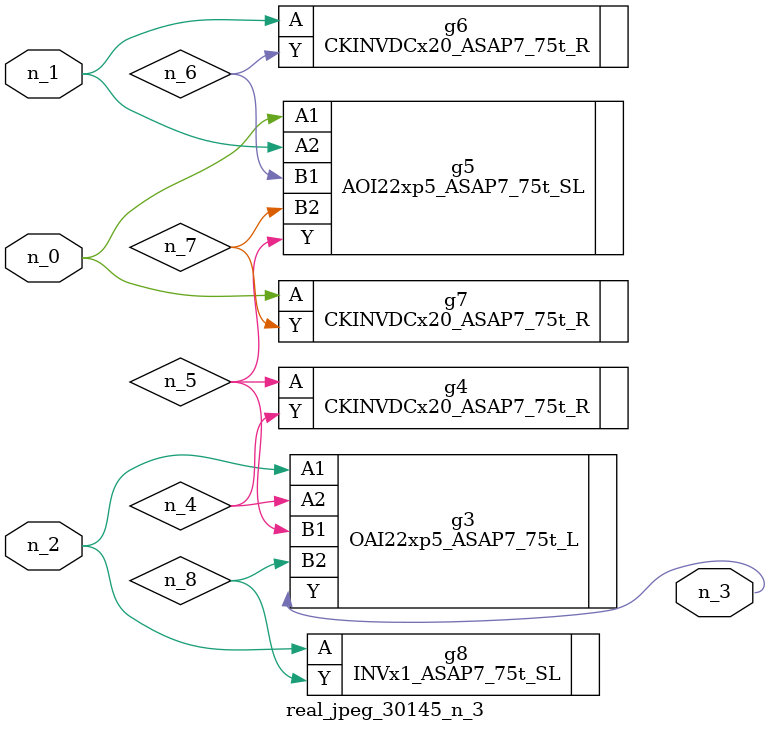
<source format=v>
module real_jpeg_30145_n_3 (n_1, n_0, n_2, n_3);

input n_1;
input n_0;
input n_2;

output n_3;

wire n_5;
wire n_4;
wire n_8;
wire n_6;
wire n_7;

AOI22xp5_ASAP7_75t_SL g5 ( 
.A1(n_0),
.A2(n_1),
.B1(n_6),
.B2(n_7),
.Y(n_5)
);

CKINVDCx20_ASAP7_75t_R g7 ( 
.A(n_0),
.Y(n_7)
);

CKINVDCx20_ASAP7_75t_R g6 ( 
.A(n_1),
.Y(n_6)
);

OAI22xp5_ASAP7_75t_L g3 ( 
.A1(n_2),
.A2(n_4),
.B1(n_5),
.B2(n_8),
.Y(n_3)
);

INVx1_ASAP7_75t_SL g8 ( 
.A(n_2),
.Y(n_8)
);

CKINVDCx20_ASAP7_75t_R g4 ( 
.A(n_5),
.Y(n_4)
);


endmodule
</source>
